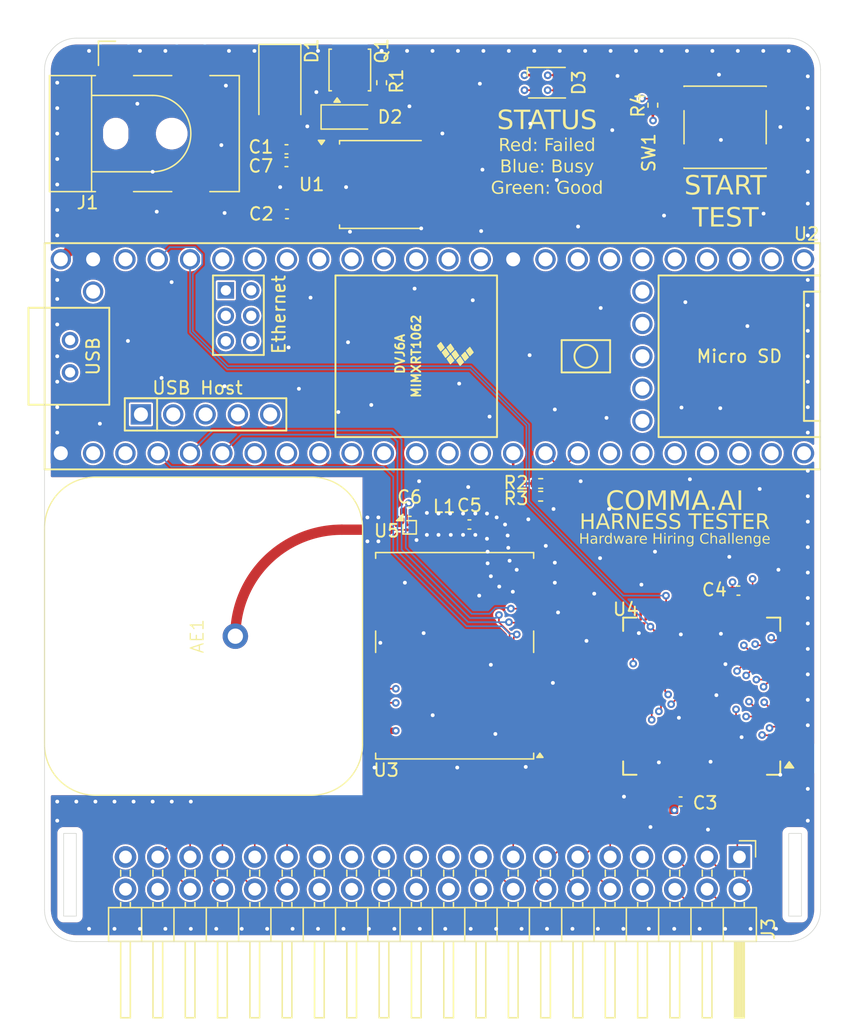
<source format=kicad_pcb>
(kicad_pcb (version 20240108) (generator "pcbnew") (generator_version "8.0")
  (title_block (title "Hardware Hiring Challenge") (date "2024-05-23") (rev "A"))
  (layers (0 "F.Cu" signal) (1 "In1.Cu" signal) (2 "In2.Cu" signal) (31 "B.Cu" signal) (34 "B.Paste" user) (35 "F.Paste" user) (36 "B.SilkS" user "B.Silkscreen") (37 "F.SilkS" user "F.Silkscreen") (38 "B.Mask" user) (39 "F.Mask" user) (44 "Edge.Cuts" user))
  (net 0 "")
  (net 1 "Net-(AE1-A)")
  (net 2 "GND")
  (net 3 "+12V")
  (net 4 "+5V")
  (net 5 "+3.3V")
  (net 6 "Net-(U3-RF_IN)")
  (net 7 "Net-(C5-Pad2)")
  (net 8 "Net-(U3-VCC_RF)")
  (net 9 "Net-(D1-A1)")
  (net 10 "Net-(D2-A)")
  (net 11 "LED_R")
  (net 12 "LED_G")
  (net 13 "LED_B")
  (net 14 "CBL_36")
  (net 15 "CBL_22")
  (net 16 "CBL_9")
  (net 17 "CBL_10")
  (net 18 "CBL_24")
  (net 19 "CBL_13")
  (net 20 "CBL_20")
  (net 21 "CBL_35")
  (net 22 "CBL_4")
  (net 23 "CBL_32")
  (net 24 "CBL_38")
  (net 25 "CBL_28")
  (net 26 "CBL_0")
  (net 27 "CBL_39")
  (net 28 "CBL_5")
  (net 29 "CBL_7")
  (net 30 "CBL_17")
  (net 31 "CBL_21")
  (net 32 "CBL_34")
  (net 33 "CBL_15")
  (net 34 "CBL_8")
  (net 35 "CBL_29")
  (net 36 "CBL_31")
  (net 37 "CBL_37")
  (net 38 "CBL_25")
  (net 39 "CBL_27")
  (net 40 "CBL_18")
  (net 41 "CBL_19")
  (net 42 "CBL_14")
  (net 43 "CBL_16")
  (net 44 "CBL_3")
  (net 45 "CBL_33")
  (net 46 "CBL_23")
  (net 47 "CBL_30")
  (net 48 "CBL_1")
  (net 49 "CBL_12")
  (net 50 "CBL_2")
  (net 51 "CBL_26")
  (net 52 "CBL_6")
  (net 53 "CBL_11")
  (net 54 "Net-(L1-Pad2)")
  (net 55 "CY_SCL")
  (net 56 "CY_SDA")
  (net 57 "BTN_TEST")
  (net 60 "UBX-TIMEPULSE")
  (net 64 "UBX-RXD")
  (net 69 "UBX-RST_N")
  (net 74 "UBX-TXD")
  (net 107 "UBX-SAFEBOOT")
  (net 135 "CY_RST_N")
  (net 140 "CY_INT")
  (footprint "Capacitor_SMD:C_0402_1005Metric" (layer "F.Cu") (at 138.557 43.815 180)
    (property "Reference" "C2")
    (property "Value" "100n")
  )
  (footprint "Capacitor_SMD:C_0402_1005Metric" (layer "F.Cu") (at 148.201022 67.222)
    (property "Reference" "C6")
    (property "Value" "1n")
  )
  (footprint "LED_SMD:LED_ASMB-KTF0-0A306" (layer "F.Cu") (at 159 33.5)
    (property "Reference" "D3")
    (property "Value" "ASMB-KTF0-0A306")
  )
  (footprint "Capacitor_SMD:C_0402_1005Metric" (layer "F.Cu") (at 138.52 39.735 180)
    (property "Reference" "C7")
    (property "Value" "10u")
  )
  (footprint "Diode_SMD:D_SMA" (layer "F.Cu") (at 138 34 -90)
    (property "Reference" "D1")
    (property "Value" "SMAJ16A")
  )
  (footprint "Package_SO:Vishay_PowerPAK_1212-8_Single" (layer "F.Cu") (at 143.5 32.5 90)
    (property "Reference" "Q1")
    (property "Value" "SiSS27DN")
  )
  (footprint "Capacitor_SMD:C_0402_1005Metric" (layer "F.Cu") (at 152.8984 68.222 180)
    (property "Reference" "C5")
    (property "Value" "100n")
  )
  (footprint "Button_Switch_SMD:SW_SPST_PTS645" (layer "F.Cu") (at 173 37 180)
    (property "Reference" "SW1")
    (property "Value" "TEST BUTTON")
  )
  (footprint "gnss:ANT-GNSSCP-TH25L1" (layer "F.Cu") (at 132 77 90)
    (property "Reference" "AE1")
    (property "Value" "ANT-GNSSCP-TH25L1")
  )
  (footprint "Connector_PinHeader_2.54mm:PinHeader_2x20_P2.54mm_Horizontal" (layer "F.Cu") (at 174.125 94.35 -90)
    (property "Reference" "J3")
    (property "Value" "Cable header")
  )
  (footprint "Resistor_SMD:R_0402_1005Metric" (layer "F.Cu") (at 158.5 65)
    (property "Reference" "R2")
    (property "Value" "4k7")
  )
  (footprint "Package_BGA:WLP-4_0.83x0.83mm_P0.4mm" (layer "F.Cu") (at 148.1984 68.444454)
    (property "Reference" "U5")
    (property "Value" "MAX2679")
  )
  (footprint "Package_TO_SOT_SMD:TO-252-2" (layer "F.Cu") (at 146 41.5)
    (property "Reference" "U1")
    (property "Value" "L7805")
  )
  (footprint "Resistor_SMD:R_0402_1005Metric" (layer "F.Cu") (at 158.5 66)
    (property "Reference" "R3")
    (property "Value" "4k7")
  )
  (footprint "teensy:Teensy41" (layer "F.Cu") (at 149.99 55)
    (property "Reference" "U2")
    (property "Value" "Teensy4.1")
  )
  (footprint "Resistor_SMD:R_0402_1005Metric" (layer "F.Cu") (at 167.320101 35.26484 90)
    (property "Reference" "R4")
    (property "Value" "10k")
  )
  (footprint "Diode_SMD:Nexperia_CFP3_SOD-123W" (layer "F.Cu") (at 143.5 36.195)
    (property "Reference" "D2")
    (property "Value" "PMEG10020ELR")
  )
  (footprint "Package_QFP:TQFP-100_12x12mm_P0.4mm" (layer "F.Cu") (at 171.15983 81.714966 180)
    (property "Reference" "U4")
    (property "Value" "CY8C9560A-24AXIT")
  )
  (footprint "Inductor_SMD:L_0402_1005Metric" (layer "F.Cu") (at 150.8984 68.222 180)
    (property "Reference" "L1")
    (property "Value" "12n")
  )
  (footprint "Capacitor_SMD:C_0402_1005Metric" (layer "F.Cu") (at 169.5 90)
    (property "Reference" "C3")
    (property "Value" "100n")
  )
  (footprint "Capacitor_SMD:C_0402_1005Metric" (layer "F.Cu") (at 138.52 38.735 180)
    (property "Reference" "C1")
    (property "Value" "1u")
  )
  (footprint "RF_GPS:ublox_NEO" (layer "F.Cu") (at 151.7396 78.5368 180)
    (property "Reference" "U3")
    (property "Value" "NEO-M8N")
  )
  (footprint "Connector_BarrelJack:BarrelJack_CLIFF_FC681465S_SMT_Horizontal" (layer "F.Cu") (at 128 37.5)
    (property "Reference" "J1")
    (property "Value" "12V INPUT")
  )
  (footprint "Resistor_SMD:R_0402_1005Metric" (layer "F.Cu") (at 146 33.5 90)
    (property "Reference" "R1")
    (property "Value" "1k")
  )
  (footprint "Capacitor_SMD:C_0402_1005Metric" (layer "F.Cu") (at 174.046456 73.42018)
    (property "Reference" "C4")
    (property "Value" "100n")
  )
  (gr_arc (start 122 101) (mid 120.232233 100.267767) (end 119.5 98.5) (stroke (width 0.05)) (layer "Edge.Cuts"))
  (gr_rect (start 121 92.5) (end 122 99) (stroke (width 0.05)) (fill none) (layer "Edge.Cuts"))
  (gr_rect (start 178 92.5) (end 179 99) (stroke (width 0.05)) (fill none) (layer "Edge.Cuts"))
  (gr_line (start 122 30) (end 178 30) (stroke (width 0.05)) (layer "Edge.Cuts"))
  (gr_line (start 178 101) (end 122 101) (stroke (width 0.05)) (layer "Edge.Cuts"))
  (gr_arc (start 178 30) (mid 179.767767 30.732233) (end 180.5 32.5) (stroke (width 0.05)) (layer "Edge.Cuts"))
  (gr_line (start 180.5 32.5) (end 180.5 98.5) (stroke (width 0.05)) (layer "Edge.Cuts"))
  (gr_arc (start 119.5 32.5) (mid 120.232233 30.732233) (end 122 30) (stroke (width 0.05)) (layer "Edge.Cuts"))
  (gr_arc (start 180.5 98.5) (mid 179.767767 100.267767) (end 178 101) (stroke (width 0.05)) (layer "Edge.Cuts"))
  (gr_line (start 119.5 98.5) (end 119.5 32.5) (stroke (width 0.05)) (layer "Edge.Cuts"))
  (gr_text "Red: Failed\nBlue: Busy\nGreen: Good" (at 159 42.4 0) (layer "F.SilkS") (effects (font (size 1 1)) (justify bottom)))
  (gr_text "STATUS" (at 159 37.4 0) (layer "F.SilkS") (effects (font (size 1.5 1.5)) (justify bottom)))
  (gr_text "START\nTEST" (at 173.0248 45.0596 0) (layer "F.SilkS") (effects (font (size 1.5 1.5)) (justify bottom)))
  (gr_text "HARNESS TESTER" (at 169.037 68.072 0) (layer "F.SilkS") (effects (font (size 1.2 1.2))))
  (gr_text "Hardware Hiring Challenge" (at 169.037 69.3928 0) (layer "F.SilkS") (effects (font (size 0.8 0.8))))
  (gr_text "COMMA.AI" (at 169.037 66.4464 0) (layer "F.SilkS") (effects (font (size 1.5 1.5))))
  (segment (start 147.9984 68.644454) (end 146.571654 68.644454) (width 0.127) (layer "F.Cu") (net 1))
  (segment (start 142.8692 68.6308) (end 146.558 68.6308) (width 0.8128) (layer "F.Cu") (net 1))
  (arc (start 146.571654 68.644454) (mid 146.561999 68.640455) (end 146.558 68.6308) (width 0.127) (layer "F.Cu") (net 1))
  (arc (start 134.5 77) (mid 136.951282 71.082082) (end 142.8692 68.6308) (width 0.8128) (layer "F.Cu") (net 1))
  (via (at 157.6324 54.9148) (size 0.6) (drill 0.3) (layers "F.Cu" "B.Cu") (net 2))
  (via (at 169.5196 76.8604) (size 0.6) (drill 0.3) (layers "F.Cu" "B.Cu") (net 2))
  (via (at 173 100) (size 0.6) (drill 0.3) (layers "F.Cu" "B.Cu") (net 2))
  (via (at 126.7968 35.1536) (size 0.6) (drill 0.3) (layers "F.Cu" "B.Cu") (net 2))
  (via (at 169.3672 83.4136) (size 0.6) (drill 0.3) (layers "F.Cu" "B.Cu") (net 2))
  (via (at 179.5 55) (size 0.6) (drill 0.3) (layers "F.Cu" "B.Cu") (net 2))
  (via (at 172.6184 59.0804) (size 0.6) (drill 0.3) (layers "F.Cu" "B.Cu") (net 2))
  (via (at 154.5844 72.2884) (size 0.6) (drill 0.3) (layers "F.Cu" "B.Cu") (net 2))
  (via (at 143 100) (size 0.6) (drill 0.3) (layers "F.Cu" "B.Cu") (net 2))
  (via (at 128.698593 56.701584) (size 0.6) (drill 0.3) (layers "F.Cu" "B.Cu") (net 2))
  (via (at 154.4828 59.7408) (size 0.6) (drill 0.3) (layers "F.Cu" "B.Cu") (net 2))
  (via (at 179.5 43) (size 0.6) (drill 0.3) (layers "F.Cu" "B.Cu") (net 2))
  (via (at 159.6136 71.2216) (size 0.6) (drill 0.3) (layers "F.Cu" "B.Cu") (net 2))
  (via (at 163.2204 51.2064) (size 0.6) (drill 0.3) (layers "F.Cu" "B.Cu") (net 2))
  (via (at 165 100) (size 0.6) (drill 0.3) (layers "F.Cu" "B.Cu") (net 2))
  (via (at 144.8816 69.5452) (size 0.6) (drill 0.3) (layers "F.Cu" "B.Cu") (net 2))
  (via (at 138.684 54.3052) (size 0.6) (drill 0.3) (layers "F.Cu" "B.Cu") (net 2))
  (via (at 123 100) (size 0.6) (drill 0.3) (layers "F.Cu" "B.Cu") (net 2))
  (via (at 143.2052 41.7068) (size 0.6) (drill 0.3) (layers "F.Cu" "B.Cu") (net 2))
  (via (at 154.94 84.6836) (size 0.6) (drill 0.3) (layers "F.Cu" "B.Cu") (net 2))
  (via (at 149 100) (size 0.6) (drill 0.3) (layers "F.Cu" "B.Cu") (net 2))
  (via (at 133.6548 43.7388) (size 0.6) (drill 0.3) (layers "F.Cu" "B.Cu") (net 2))
  (via (at 120.5 52.5) (size 0.6) (drill 0.3) (layers "F.Cu" "B.Cu") (net 2))
  (via (at 177.33483 87.889966) (size 0.6) (drill 0.3) (layers "F.Cu" "B.Cu") (net 2))
  (via (at 129 100) (size 0.6) (drill 0.3) (layers "F.Cu" "B.Cu") (net 2))
  (via (at 177.3428 36.9824) (size 0.6) (drill 0.3) (layers "F.Cu" "B.Cu") (net 2))
  (via (at 179.5 72) (size 0.6) (drill 0.3) (layers "F.Cu" "B.Cu") (net 2))
  (via (at 171 100) (size 0.6) (drill 0.3) (layers "F.Cu" "B.Cu") (net 2))
  (via (at 143.3576 53.8988) (size 0.6) (drill 0.3) (layers "F.Cu" "B.Cu") (net 2))
  (via (at 173.3296 70.7644) (size 0.6) (drill 0.3) (layers "F.Cu" "B.Cu") (net 2))
  (via (at 143.51 45.212) (size 0.6) (drill 0.3) (layers "F.Cu" "B.Cu") (net 2))
  (via (at 152.0952 57.15) (size 0.6) (drill 0.3) (layers "F.Cu" "B.Cu") (net 2))
  (via (at 163 100) (size 0.6) (drill 0.3) (layers "F.Cu" "B.Cu") (net 2))
  (via (at 168.1988 43.942) (size 0.6) (drill 0.3) (layers "F.Cu" "B.Cu") (net 2))
  (via (at 137 100) (size 0.6) (drill 0.3) (layers "F.Cu" "B.Cu") (net 2))
  (via (at 123.8504 60.2996) (size 0.6) (drill 0.3) (layers "F.Cu" "B.Cu") (net 2))
  (via (at 133 100) (size 0.6) (drill 0.3) (layers "F.Cu" "B.Cu") (net 2))
  (via (at 153.8224 45.1612) (size 0.6) (drill 0.3) (layers "F.Cu" "B.Cu") (net 2))
  (via (at 173.0248 79.1972) (size 0.6) (drill 0.3) (layers "F.Cu" "B.Cu") (net 2))
  (via (at 148 31) (size 0.6) (drill 0.3) (layers "F.Cu" "B.Cu") (net 2))
  (via (at 157.3276 87.2744) (size 0.6) (drill 0.3) (layers "F.Cu" "B.Cu") (net 2))
  (via (at 140.1572 36.9316) (size 0.6) (drill 0.3) (layers "F.Cu" "B.Cu") (net 2))
  (via (at 167.7924 86.9188) (size 0.6) (drill 0.3) (layers "F.Cu" "B.Cu") (net 2))
  (via (at 123 31) (size 0.6) (drill 0.3) (layers "F.Cu" "B.Cu") (net 2))
  (via (at 179.5 70) (size 0.6) (drill 0.3) (layers "F.Cu" "B.Cu") (net 2))
  (via (at 179.5 49) (size 0.6) (drill 0.3) (layers "F.Cu" "B.Cu") (net 2))
  (via (at 129.5 90) (size 0.6) (drill 0.3) (layers "F.Cu" "B.Cu") (net 2))
  (via (at 159.8676 75.1332) (size 0.6) (drill 0.3) (layers "F.Cu" "B.Cu") (net 2))
  (via (at 135 100) (size 0.6) (drill 0.3) (layers "F.Cu" "B.Cu") (net 2))
  (via (at 179.5 53) (size 0.6) (drill 0.3) (layers "F.Cu" "B.Cu") (net 2))
  (via (at 177 100) (size 0.6) (drill 0.3) (layers "F.Cu" "B.Cu") (net 2))
  (via (at 153 100) (size 0.6) (drill 0.3) (layers "F.Cu" "B.Cu") (net 2))
  (via (at 174 31) (size 0.6) (drill 0.3) (layers "F.Cu" "B.Cu") (net 2))
  (via (at 150.4696 67.3608) (size 0.6) (drill 0.3) (layers "F.Cu" "B.Cu") (net 2))
  (via (at 149.5552 69.0372) (size 0.6) (drill 0.3) (layers "F.Cu" "B.Cu") (net 2))
  (via (at 170 31) (size 0.6) (drill 0.3) (layers "F.Cu" "B.Cu") (net 2))
  (via (at 128.3208 43.6372) (size 0.6) (drill 0.3) (layers "F.Cu" "B.Cu") (net 2))
  (via (at 120.5 55) (size 0.6) (drill 0.3) (layers "F.Cu" "B.Cu") (net 2))
  (via (at 148.1836 35.3568) (size 0.6) (drill 0.3) (layers "F.Cu" "B.Cu") (net 2))
  (via (at 120.5 37.5) (size 0.6) (drill 0.3) (layers "F.Cu" "B.Cu") (net 2))
  (via (at 151.4348 69.0372) (size 0.6) (drill 0.3) (layers "F.Cu" "B.Cu") (net 2))
  (via (at 172.5168 32.8676) (size 0.6) (drill 0.3) (layers "F.Cu" "B.Cu") (net 2))
  (via (at 159.6136 59.182) (size 0.6) (drill 0.3) (layers "F.Cu" "B.Cu") (net 2))
  (via (at 160 31) (size 0.6) (drill 0.3) (layers "F.Cu" "B.Cu") (net 2))
  (via (at 161.4424 44.8056) (size 0.6) (drill 0.3) (layers "F.Cu" "B.Cu") (net 2))
  (via (at 120.5 59) (size 0.6) (drill 0.3) (layers "F.Cu" "B.Cu") (net 2))
  (via (at 159.4612 80.6704) (size 0.6) (drill 0.3) (layers "F.Cu" "B.Cu") (net 2))
  (via (at 128 40.5) (size 0.6) (drill 0.3) (layers "F.Cu" "B.Cu") (net 2))
  (via (at 171.6532 92.202) (size 0.6) (drill 0.3) (layers "F.Cu" "B.Cu") (net 2))
  (via (at 134 31) (size 0.6) (drill 0.3) (layers "F.Cu" "B.Cu") (net 2))
  (via (at 126.5 90) (size 0.6) (drill 0.3) (layers "F.Cu" "B.Cu") (net 2))
  (via (at 154.2796 69.342) (size 0.6) (drill 0.3) (layers "F.Cu" "B.Cu") (net 2))
  (via (at 179.5 45.5) (size 0.6) (drill 0.3) (layers "F.Cu" "B.Cu") (net 2))
  (via (at 148.59 49.6824) (size 0.6) (drill 0.3) (layers "F.Cu" "B.Cu") (net 2))
  (via (at 131 100) (size 0.6) (drill 0.3) (layers "F.Cu" "B.Cu") (net 2))
  (via (at 162 31) (size 0.6) (drill 0.3) (layers "F.Cu" "B.Cu") (net 2))
  (via (at 166.4208 72.9488) (size 0.6) (drill 0.3) (layers "F.Cu" "B.Cu") (net 2))
  (via (at 167.4876 70.358) (size 0.6) (drill 0.3) (layers "F.Cu" "B.Cu") (net 2))
  (via (at 166.2176 76.7588) (size 0.6) (drill 0.3) (layers "F.Cu" "B.Cu") (net 2))
  (via (at 161.6456 64.8208) (size 0.6) (drill 0.3) (layers "F.Cu" "B.Cu") (net 2))
  (via (at 127 100) (size 0.6) (drill 0.3) (layers "F.Cu" "B.Cu") (net 2))
  (via (at 156 31) (size 0.6) (drill 0.3) (layers "F.Cu" "B.Cu") (net 2))
  (via (at 163.1696 70.866) (size 0.6) (drill 0.3) (layers "F.Cu" "B.Cu") (net 2))
  (via (at 123.5 90) (size 0.6) (drill 0.3) (layers "F.Cu" "B.Cu") (net 2))
  (via (at 155.9052 69.088) (size 0.6) (drill 0.3) (layers "F.Cu" "B.Cu") (net 2))
  (via (at 159.766 41.148) (size 0.6) (drill 0.3) (layers "F.Cu" "B.Cu") (net 2))
  (via (at 151.9428 87.3252) (size 0.6) (drill 0.3) (layers "F.Cu" "B.Cu") (net 2))
  (via (at 158 31) (size 0.6) (drill 0.3) (layers "F.Cu" "B.Cu") (net 2))
  (via (at 166 31) (size 0.6) (drill 0.3) (layers "F.Cu" "B.Cu") (net 2))
  (via (at 153.67 73.8124) (size 0.6) (drill 0.3) (layers "F.Cu" "B.Cu") (net 2))
  (via (at 133.7564 33.7312) (size 0.6) (drill 0.3) (layers "F.Cu" "B.Cu") (net 2))
  (via (at 165.0492 89.6112) (size 0.6) (drill 0.3) (layers "F.Cu" "B.Cu") (net 2))
  (via (at 167 100) (size 0.6) (drill 0.3) (layers "F.Cu" "B.Cu") (net 2))
  (via (at 176 31) (size 0.6) (drill 0.3) (layers "F.Cu" "B.Cu") (net 2))
  (via (at 120.5 43.5) (size 0.6) (drill 0.3) (layers "F.Cu" "B.Cu") (net 2))
  (via (at 155 100) (size 0.6) (drill 0.3) (layers "F.Cu" "B.Cu") (net 2))
  (via (at 142.5956 59.3852) (size 0.6) (drill 0.3) (layers "F.Cu" "B.Cu") (net 2))
  (via (at 179.5 33) (size 0.6) (drill 0.3) (layers "F.Cu" "B.Cu") (net 2))
  (via (at 156.6164 71.7804) (size 0.6) (drill 0.3) (layers "F.Cu" "B.Cu") (net 2))
  (via (at 128 90) (size 0.6) (drill 0.3) (layers "F.Cu" "B.Cu") (net 2))
  (via (at 140.4112 50.3936) (size 0.6) (drill 0.3) (layers "F.Cu" "B.Cu") (net 2))
  (via (at 145.8976 77.5208) (size 0.6) (drill 0.3) (layers "F.Cu" "B.Cu") (net 2))
  (via (at 161 100) (size 0.6) (drill 0.3) (layers "F.Cu" "B.Cu") (net 2))
  (via (at 179.5 35.5) (size 0.6) (drill 0.3) (layers "F.Cu" "B.Cu") (net 2))
  (via (at 139 100) (size 0.6) (drill 0.3) (layers "F.Cu" "B.Cu") (net 2))
  (via (at 152.8064 65.278) (size 0.6) (drill 0.3) (layers "F.Cu" "B.Cu") (net 2))
  (via (at 149.11 44.95) (size 0.6) (drill 0.3) (layers "F.Cu" "B.Cu") (net 2))
  (via (at 172.6692 76.8096) (size 0.6) (drill 0.3) (layers "F.Cu" "B.Cu") (net 2))
  (via (at 174.2948 84.9376) (size 0.6) (drill 0.3) (layers "F.Cu" "B.Cu") (net 2))
  (via (at 120.5 41.5) (size 0.6) (drill 0.3) (layers "F.Cu" "B.Cu") (net 2))
  (via (at 179.5 76) (size 0.6) (drill 0.3) (layers "F.Cu" "B.Cu") (net 2))
  (via (at 172 31) (size 0.6) (drill 0.3) (layers "F.Cu" "B.Cu") (net 2))
  (via (at 145.7452 69.5452) (size 0.6) (drill 0.3) (layers "F.Cu" "B.Cu") (net 2))
  (via (at 150 31) (size 0.6) (drill 0.3) (layers "F.Cu" "B.Cu") (net 2))
  (via (at 179.5 84) (size 0.6) (drill 0.3) (layers "F.Cu" "B.Cu") (net 2))
  (via (at 120.5 90) (size 0.6) (drill 0.3) (layers "F.Cu" "B.Cu") (net 2))
  (via (at 150.4696 69.0372) (size 0.6) (drill 0.3) (layers "F.Cu" "B.Cu") (net 2))
  (via (at 172.3136 81.6356) (size 0.6) (drill 0.3) (layers "F.Cu" "B.Cu") (net 2))
  (via (at 154.5844 79.248) (size 0.6) (drill 0.3) (layers "F.Cu" "B.Cu") (net 2))
  (via (at 125 100) (size 0.6) (drill 0.3) (layers "F.Cu" "B.Cu") (net 2))
  (via (at 129.4892 49.1744) (size 0.6) (drill 0.3) (layers "F.Cu" "B.Cu") (net 2))
  (via (at 120.5 50.5) (size 0.6) (drill 0.3) (layers "F.Cu" "B.Cu") (net 2))
  (via (at 170.2308 64.6684) (size 0.6) (drill 0.3) (layers "F.Cu" "B.Cu") (net 2))
  (via (at 120.5 91.5) (size 0.6) (drill 0.3) (layers "F.Cu" "B.Cu") (net 2))
  (via (at 136 31) (size 0.6) (drill 0.3) (layers "F.Cu" "B.Cu") (net 2))
  (via (at 147 100) (size 0.6) (drill 0.3) (layers "F.Cu" "B.Cu") (net 2))
  (via (at 126.056957 53.795784) (size 0.6) (drill 0.3) (layers "F.Cu" "B.Cu") (net 2))
  (via (at 152 31) (size 0.6) (drill 0.3) (layers "F.Cu" "B.Cu") (net 2))
  (via (at 179.5 82) (size 0.6) (drill 0.3) (layers "F.Cu" "B.Cu") (net 2))
  (via (at 157.5308 67.818) (size 0.6) (drill 0.3) (layers "F.Cu" "B.Cu") (net 2))
  (via (at 120.5 45.5) (size 0.6) (drill 0.3) (layers "F.Cu" "B.Cu") (net 2))
  (via (at 156.3116 73.5076) (size 0.6) (drill 0.3) (layers "F.Cu" "B.Cu") (net 2))
  (via (at 146 31) (size 0.6) (drill 0.3) (layers "F.Cu" "B.Cu") (net 2))
  (via (at 179.5 57) (size 0.6) (drill 0.3) (layers "F.Cu" "B.Cu") (net 2))
  (via (at 154.3304 70.358) (size 0.6) (drill 0.3) (layers "F.Cu" "B.Cu") (net 2))
  (via (at 178 31) (size 0.6) (drill 0.3) (layers "F.Cu" "B.Cu") (net 2))
  (via (at 150.7744 37.4904) (size 0.6) (drill 0.3) (layers "F.Cu" "B.Cu") (net 2))
  (via (at 138.0236 41.7068) (size 0.6) (drill 0.3) (layers "F.Cu" "B.Cu") (net 2))
  (via (at 129 31) (size 0.6) (drill 0.3) (layers "F.Cu" "B.Cu") (net 2))
  (via (at 154 31) (size 0.6) (drill 0.3) (layers "F.Cu" "B.Cu") (net 2))
  (via (at 157 100) (size 0.6) (drill 0.3) (layers "F.Cu" "B.Cu") (net 2))
  (via (at 133.4008 38.4048) (size 0.6) (drill 0.3) (layers "F.Cu" "B.Cu") (net 2))
  (via (at 175 100) (size 0.6) (drill 0.3) (layers "F.Cu" "B.Cu") (net 2))
  (via (at 149.3012 76.7588) (size 0.6) (drill 0.3) (layers "F.Cu" "B.Cu") (net 2))
  (via (at 153.3652 69.0372) (size 0.6) (drill 0.3) (layers "F.Cu" "B.Cu") (net 2))
  (via (at 159.512 67.0052) (size 0.6) (drill 0.3) (layers "F.Cu" "B.Cu") (net 2))
  (via (at 131 90) (size 0.6) (drill 0.3) (layers "F.Cu" "B.Cu") (net 2))
  (via (at 159.6136 72.7964) (size 0.6) (drill 0.3) (layers "F.Cu" "B.Cu") (net 2))
  (via (at 155.956 70.0532) (size 0.6) (drill 0.3) (layers "F.Cu" "B.Cu") (net 2))
  (via (at 133.6548 57.3532) (size 0.6) (drill 0.3) (layers "F.Cu" "B.Cu") (net 2))
  (via (at 169.8752 50.7492) (size 0.6) (drill 0.3) (layers "F.Cu" "B.Cu") (net 2))
  (via (at 177.1904 71.7804) (size 0.6) (drill 0.3) (layers "F.Cu" "B.Cu") (net 2))
  (via (at 179.5 40.5) (size 0.6) (drill 0.3) (layers "F.Cu" "B.Cu") (net 2))
  (via (at 156.0576 71.0692) (size 0.6) (drill 0.3) (layers "F.Cu" "B.Cu") (net 2))
  (via (at 164.129539 37.227287) (size 0.6) (drill 0.3) (layers "F.Cu" "B.Cu") (net 2))
  (via (at 120.5 61) (size 0.6) (drill 0.3) (layers "F.Cu" "B.Cu") (net 2))
  (via (at 179.5 80) (size 0.6) (drill 0.3) (layers "F.Cu" "B.Cu") (net 2))
  (via (at 147.828 72.7964) (size 0.6) (drill 0.3) (layers "F.Cu" "B.Cu") (net 2))
  (via (at 174.752 52.6288) (size 0.6) (drill 0.3) (layers "F.Cu" "B.Cu") (net 2))
  (via (at 141 31) (size 0.6) (drill 0.3) (layers "F.Cu" "B.Cu") (net 2))
  (via (at 125 90) (size 0.6) (drill 0.3) (layers "F.Cu" "B.Cu") (net 2))
  (via (at 148.7424 69.4436) (size 0.6) (drill 0.3) (layers "F.Cu" "B.Cu") (net 2))
  (via (at 151.384 67.3608) (size 0.6) (drill 0.3) (layers "F.Cu" "B.Cu") (net 2))
  (via (at 144.8816 67.6656) (size 0.6) (drill 0.3) (layers "F.Cu" "B.Cu") (net 2))
  (via (at 120.5 49) (size 0.6) (drill 0.3) (layers "F.Cu" "B.Cu") (net 2))
  (via (at 168 31) (size 0.6) (drill 0.3) (layers "F.Cu" "B.Cu") (net 2))
  (via (at 148.9456 64.8208) (size 0.6) (drill 0.3) (layers "F.Cu" "B.Cu") (net 2))
  (via (at 140.8684 34.2392) (size 0.6) (drill 0.3) (layers "F.Cu" "B.Cu") (net 2))
  (via (at 179.5 38) (size 0.6) (drill 0.3) (layers "F.Cu" "B.Cu") (net 2))
  (via (at 153.162 50.5968) (size 0.6) (drill 0.3) (layers "F.Cu" "B.Cu") (net 2))
  (via (at 153.3652 67.3608) (size 0.6) (drill 0.3) (layers "F.Cu" "B.Cu") (net 2))
  (via (at 175.7172 65.4304) (size 0.6) (drill 0.3) (layers "F.Cu" "B.Cu") (net 2))
  (via (at 149.5552 67.31) (size 0.6) (drill 0.3) (layers "F.Cu" "B.Cu") (net 2))
  (via (at 120.5 33.5) (size 0.6) (drill 0.3) (layers "F.Cu" "B.Cu") (net 2))
  (via (at 155.2448 73.1012) (size 0.6) (drill 0.3) (layers "F.Cu" "B.Cu") (net 2))
  (via (at 179.5 74) (size 0.6) (drill 0.3) (layers "F.Cu" "B.Cu") (net 2))
  (via (at 150.0124 83.2104) (size 0.6) (drill 0.3) (layers "F.Cu" "B.Cu") (net 2))
  (via (at 179.5 89) (size 0.6) (drill 0.3) (layers "F.Cu" "B.Cu") (net 2))
  (via (at 162.7124 73.66) (size 0.6) (drill 0.3) (layers "F.Cu" "B.Cu") (net 2))
  (via (at 179.5 66) (size 0.6) (drill 0.3) (layers "F.Cu" "B.Cu") (net 2))
  (via (at 179.5 64) (size 0.6) (drill 0.3) (layers "F.Cu" "B.Cu") (net 2))
  (via (at 145 100) (size 0.6) (drill 0.3) (layers "F.Cu" "B.Cu") (net 2))
  (via (at 145.7452 67.6656) (size 0.6) (drill 0.3) (layers "F.Cu" "B.Cu") (net 2))
  (via (at 167.132 91.9988) (size 0.6) (drill 0.3) (layers "F.Cu" "B.Cu") (net 2))
  (via (at 152.4 69.0372) (size 0.6) (drill 0.3) (layers "F.Cu" "B.Cu") (net 2))
  (via (at 120.5 39.5) (size 0.6) (drill 0.3) (layers "F.Cu" "B.Cu") (net 2))
  (via (at 122 90) (size 0.6) (drill 0.3) (layers "F.Cu" "B.Cu") (net 2))
  (via (at 179.5 68) (size 0.6) (drill 0.3) (layers "F.Cu" "B.Cu") (net 2))
  (via (at 176.022 43.7896) (size 0.6) (drill 0.3) (layers "F.Cu" "B.Cu") (net 2))
  (via (at 120.5 57) (size 0.6) (drill 0.3) (layers "F.Cu" "B.Cu") (net 2))
  (via (at 179.5 61) (size 0.6) (drill 0.3) (layers "F.Cu" "B.Cu") (net 2))
  (via (at 154.2796 67.3608) (size 0.6) (drill 0.3) (layers "F.Cu" "B.Cu") (net 2))
  (via (at 155.702 68.2244) (size 0.6) (drill 0.3) (layers "F.Cu" "B.Cu") (net 2))
  (via (at 179.5 78) (size 0.6) (drill 0.3) (layers "F.Cu" "B.Cu") (net 2))
  (via (at 164.5412 32.9692) (size 0.6) (drill 0.3) (layers "F.Cu" "B.Cu") (net 2))
  (via (at 127 31) (size 0.6) (drill 0.3) (layers "F.Cu" "B.Cu") (net 2))
  (via (at 179.5 91.5) (size 0.6) (drill 0.3) (layers "F.Cu" "B.Cu") (net 2))
  (via (at 179.5 59) (size 0.6) (drill 0.3) (layers "F.Cu" "B.Cu") (net 2))
  (via (at 141 100) (size 0.6) (drill 0.3) (layers "F.Cu" "B.Cu") (net 2))
  (via (at 151 100) (size 0.6) (drill 0.3) (layers "F.Cu" "B.Cu") (net 2))
  (via (at 157.6832 36.7284) (size 0.6) (drill 0.3) (layers "F.Cu" "B.Cu") (net 2))
  (via (at 153.924 40.3352) (size 0.6) (drill 0.3) (layers "F.Cu" "B.Cu") (net 2))
  (via (at 169.5704 59.0296) (size 0.6) (drill 0.3) (layers "F.Cu" "B.Cu") (net 2))
  (via (at 163.6776 59.8424) (size 0.6) (drill 0.3) (layers "F.Cu" "B.Cu") (net 2))
  (via (at 153.7208 33.5788) (size 0.6) (drill 0.3) (layers "F.Cu" "B.Cu") (net 2))
  (via (at 145.1864 58.8264) (size 0.6) (drill 0.3) (layers "F.Cu" "B.Cu") (net 2))
  (via (at 158.9024 69.9008) (size 0.6) (drill 0.3) (layers "F.Cu" "B.Cu") (net 2))
  (via (at 163.8808 67.0052) (size 0.6) (drill 0.3) (layers "F.Cu" "B.Cu") (net 2))
  (via (at 169 100) (size 0.6) (drill 0.3) (layers "F.Cu" "B.Cu") (net 2))
  (via (at 145.4404 87.3252) (size 0.6) (drill 0.3) (layers "F.Cu" "B.Cu") (net 2))
  (via (at 164 31) (size 0.6) (drill 0.3) (layers "F.Cu" "B.Cu") (net 2))
  (via (at 172.6692 37.9984) (size 0.6) (drill 0.3) (layers "F.Cu" "B.Cu") (net 2))
  (via (at 162.1028 77.3684) (size 0.6) (drill 0.3) (layers "F.Cu" "B.Cu") (net 2))
  (via (at 179.5 51) (size 0.6) (drill 0.3) (layers "F.Cu" "B.Cu") (net 2))
  (via (at 139.4968 57.5564) (size 0.6) (drill 0.3) (layers "F.Cu" "B.Cu") (net 2))
  (via (at 152.4 67.3608) (size 0.6) (drill 0.3) (layers "F.Cu" "B.Cu") (net 2))
  (via (at 159 100) (size 0.6) (drill 0.3) (layers "F.Cu" "B.Cu") (net 2))
  (via (at 155.0416 67.6656) (size 0.6) (drill 0.3) (layers "F.Cu" "B.Cu") (net 2))
  (via (at 171.8564 86.868) (size 0.6) (drill 0.3) (layers "F.Cu" "B.Cu") (net 2))
  (via (at 120.5 35.5) (size 0.6) (drill 0.3) (layers "F.Cu" "B.Cu") (net 2))
  (via (at 154.3304 71.2724) (size 0.6) (drill 0.3) (layers "F.Cu" "B.Cu") (net 2))
  (segment (start 142.1 36.195) (end 142.1 38.08) (width 0.8128) (layer "F.Cu") (net 3))
  (segment (start 142.1 38.08) (end 140.96 39.22) (width 0.8128) (layer "F.Cu") (net 3))
  (segment (start 142.1 35.005) (end 143.17 33.935) (width 0.8128) (layer "F.Cu") (net 3))
  (segment (start 142.1 36.195) (end 142.1 35.005) (width 0.8128) (layer "F.Cu") (net 3))
  (segment (start 139.147 45.593) (end 122.567 45.593) (width 0.8128) (layer "F.Cu") (net 4))
  (segment (start 122.567 45.593) (end 120.78 47.38) (width 0.8128) (layer "F.Cu") (net 4))
  (segment (start 140.96 43.78) (end 139.147 45.593) (width 0.8128) (layer "F.Cu") (net 4))
  (segment (start 169.02 90.6696) (end 169.0116 90.678) (width 0.2032) (layer "F.Cu") (net 5))
  (segment (start 145.7396 83.3368) (end 145.7396 84.4368) (width 0.508) (layer "F.Cu") (net 5))
  (segment (start 147.1096 84.4368) (end 147.1168 84.4296) (width 0.508) (layer "F.Cu") (net 5))
  (segment (start 173.55983 74.037966) (end 173.566456 74.03134) (width 0.127) (layer "F.Cu") (net 5))
  (segment (start 173.566456 73.42018) (end 173.566456 72.762744) (width 0.127) (layer "F.Cu") (net 5))
  (segment (start 157.0496 65) (end 156.34 64.2904) (width 0.2032) (layer "F.Cu") (net 5))
  (segment (start 167.320101 36.459301) (end 167.3352 36.4744) (width 0.2032) (layer "F.Cu") (net 5))
  (segment (start 156.34 64.2904) (end 156.34 62.62) (width 0.2032) (layer "F.Cu") (net 5))
  (segment (start 169.02 90) (end 169.02 90.6696) (width 0.2032) (layer "F.Cu") (net 5))
  (segment (start 158.1 32.9) (end 157.2444 32.9) (width 0.2032) (layer "F.Cu") (net 5))
  (segment (start 145.7396 84.4368) (end 147.1096 84.4368) (width 0.508) (layer "F.Cu") (net 5))
  (segment (start 173.566456 74.03134) (end 173.566456 73.42018) (width 0.127) (layer "F.Cu") (net 5))
  (segment (start 167.320101 35.77484) (end 167.320101 36.459301) (width 0.2032) (layer "F.Cu") (net 5))
  (segment (start 157.99 65) (end 157.0496 65) (width 0.2032) (layer "F.Cu") (net 5))
  (segment (start 173.55983 75.014966) (end 173.55983 74.037966) (width 0.127) (layer "F.Cu") (net 5))
  (segment (start 173.566456 72.762744) (end 173.5836 72.7456) (width 0.127) (layer "F.Cu") (net 5))
  (segment (start 157.2444 32.9) (end 157.226 32.9184) (width 0.2032) (layer "F.Cu") (net 5))
  (via (at 167.3352 36.4744) (size 0.6) (drill 0.3) (layers "F.Cu" "B.Cu") (net 5))
  (via (at 157.226 32.9184) (size 0.6) (drill 0.3) (layers "F.Cu" "B.Cu") (net 5))
  (via (at 169.0116 90.678) (size 0.6) (drill 0.3) (layers "F.Cu" "B.Cu") (net 5))
  (via (at 173.5836 72.7456) (size 0.6) (drill 0.3) (layers "F.Cu" "B.Cu") (net 5))
  (via (at 147.1168 84.4296) (size 0.6) (drill 0.3) (layers "F.Cu" "B.Cu") (net 5))
  (segment (start 155.0924 69.2912) (end 155.0924 71.1708) (width 0.508) (layer "F.Cu") (net 6))
  (segment (start 157.7324 72.644) (end 157.7396 72.6368) (width 0.508) (layer "F.Cu") (net 6))
  (segment (start 156.5656 72.644) (end 157.7324 72.644) (width 0.508) (layer "F.Cu") (net 6))
  (segment (start 153.3784 68.222) (end 154.0232 68.222) (width 0.508) (layer "F.Cu") (net 6))
  (arc (start 154.0232 68.222) (mid 154.779239 68.535161) (end 155.0924 69.2912) (width 0.508) (layer "F.Cu") (net 6))
  (arc (start 155.0924 71.1708) (mid 155.52389 72.21251) (end 156.5656 72.644) (width 0.508) (layer "F.Cu") (net 6))
  (segment (start 151.3834 68.222) (end 152.4184 68.222) (width 0.508) (layer "F.Cu") (net 7))
  (segment (start 147.9984 67.499378) (end 147.721022 67.222) (width 0.127) (layer "F.Cu") (net 8))
  (segment (start 156.1592 74.8284) (end 156.1676 74.8368) (width 0.127) (layer "F.Cu") (net 8))
  (segment (start 147.721022 67.222) (end 147.721022 66.96868) (width 0.127) (layer "F.Cu") (net 8))
  (segment (start 147.9984 68.244454) (end 147.9984 67.499378) (width 0.127) (layer "F.Cu") (net 8))
  (segment (start 147.721022 66.96868) (end 148.133999 66.555703) (width 0.127) (layer "F.Cu") (net 8))
  (segment (start 156.1676 74.8368) (end 157.7396 74.8368) (width 0.127) (layer "F.Cu") (net 8))
  (via (at 156.1592 74.8284) (size 0.6) (drill 0.3) (layers "F.Cu" "B.Cu") (net 8))
  (via (at 148.133999 66.555703) (size 0.6) (drill 0.3) (layers "F.Cu" "B.Cu") (net 8))
  (segment (start 148.133999 66.555703) (end 147.8975 66.792202) (width 0.127) (layer "B.Cu") (net 8))
  (segment (start 147.8975 70.061404) (end 153.077296 75.2412) (width 0.127) (layer "B.Cu") (net 8))
  (segment (start 147.8975 66.792202) (end 147.8975 70.061404) (width 0.127) (layer "B.Cu") (net 8))
  (segment (start 154.4764 75.2412) (end 154.9494 74.7682) (width 0.127) (layer "B.Cu") (net 8))
  (segment (start 153.077296 75.2412) (end 154.4764 75.2412) (width 0.127) (layer "B.Cu") (net 8))
  (segment (start 156.099 74.7682) (end 156.1592 74.8284) (width 0.127) (layer "B.Cu") (net 8))
  (segment (start 154.9494 74.7682) (end 156.099 74.7682) (width 0.127) (layer "B.Cu") (net 8))
  (segment (start 125 32) (end 131 32) (width 0.8128) (layer "F.Cu") (net 9))
  (segment (start 143.4425 32) (end 143.5 31.9425) (width 0.8128) (layer "F.Cu") (net 9))
  (segment (start 131 32) (end 138 32) (width 0.8128) (layer "F.Cu") (net 9))
  (segment (start 138 32) (end 143.4425 32) (width 0.8128) (layer "F.Cu") (net 9))
  (segment (start 146 34.01) (end 144.565 34.01) (width 0.2032) (layer "F.Cu") (net 10))
  (segment (start 144.565 34.01) (end 144.49 33.935) (width 0.2032) (layer "F.Cu") (net 10))
  (segment (start 144.49 35.785) (end 144.49 33.935) (width 0.2032) (layer "F.Cu") (net 10))
  (segment (start 144.9 36.195) (end 144.49 35.785) (width 0.2032) (layer "F.Cu") (net 10))
  (segment (start 159.0732 32.9) (end 159.0548 32.9184) (width 0.127) (layer "F.Cu") (net 11))
  (segment (start 159.9 32.9) (end 159.0732 32.9) (width 0.127) (layer "F.Cu") (net 11))
  (via (at 159.0548 32.9184) (size 0.6) (drill 0.3) (layers "F.Cu" "B.Cu") (net 11))
  (segment (start 159.063202 34.1) (end 159.050002 34.0868) (width 0.127) (layer "F.Cu") (net 12))
  (segment (start 159.9 34.1) (end 159.063202 34.1) (width 0.127) (layer "F.Cu") (net 12))
  (via (at 159.050002 34.0868) (size 0.6) (drill 0.3) (layers "F.Cu" "B.Cu") (net 12))
  (segment (start 157.226 34.0868) (end 158.0868 34.0868) (width 0.127) (layer "F.Cu") (net 13))
  (segment (start 158.0868 34.0868) (end 158.1 34.1) (width 0.127) (layer "F.Cu") (net 13))
  (via (at 157.226 34.0868) (size 0.6) (drill 0.3) (layers "F.Cu" "B.Cu") (net 13))
  (segment (start 164.45983 77.714966) (end 163.48283 77.714966) (width 0.127) (layer "F.Cu") (net 14))
  (segment (start 159.1914 88.9158) (end 158.492912 89.614288) (width 0.127) (layer "F.Cu") (net 14))
  (segment (start 163.160038 78.037758) (end 163.160038 78.587966) (width 0.127) (layer "F.Cu") (net 14))
  (segment (start 159.1914 82.556604) (end 159.1914 88.9158) (width 0.127) (layer "F.Cu") (net 14))
  (segment (start 133.140712 89.614288) (end 128.405 94.35) (width 0.127) (layer "F.Cu") (net 14))
  (segment (start 158.492912 89.614288) (end 133.140712 89.614288) (width 0.127) (layer "F.Cu") (net 14))
  (segment (start 163.48283 77.714966) (end 163.160038 78.037758) (width 0.127) (layer "F.Cu") (net 14))
  (segment (start 163.160038 78.587966) (end 159.1914 82.556604) (width 0.127) (layer "F.Cu") (net 14))
  (segment (start 175.652051 82.914966) (end 177.85983 82.914966) (width 0.127) (layer "F.Cu") (net 15))
  (segment (start 174.875985 82.1389) (end 175.652051 82.914966) (width 0.127) (layer "F.Cu") (net 15))
  (via (at 174.875985 82.1389) (size 0.6) (drill 0.3) (layers "F.Cu" "B.Cu") (net 15))
  (segment (start 167.55983 89.391966) (end 167.55983 88.414966) (width 0.127) (layer "F.Cu") (net 16))
  (segment (start 167.402274 89.549522) (end 167.55983 89.391966) (width 0.127) (layer "F.Cu") (net 16))
  (segment (start 162.8515 95.7765) (end 162.8515 93.784852) (width 0.127) (layer "F.Cu") (net 16))
  (segment (start 162.8515 93.784852) (end 167.08683 89.549522) (width 0.127) (layer "F.Cu") (net 16))
  (segment (start 167.08683 89.549522) (end 167.402274 89.549522) (width 0.127) (layer "F.Cu") (net 16))
  (segment (start 163.965 96.89) (end 162.8515 95.7765) (width 0.127) (layer "F.Cu") (net 16))
  (segment (start 166.75983 89.414074) (end 161.823904 94.35) (width 0.127) (layer "F.Cu") (net 17))
  (segment (start 161.823904 94.35) (end 161.425 94.35) (width 0.127) (layer "F.Cu") (net 17))
  (segment (start 166.75983 88.414966) (end 166.75983 89.414074) (width 0.127) (layer "F.Cu") (net 17))
  (segment (start 176.482234 80.514966) (end 177.85983 80.514966) (width 0.127) (layer "F.Cu") (net 18))
  (segment (start 176.022 80.9752) (end 176.482234 80.514966) (width 0.127) (layer "F.Cu") (net 18))
  (via (at 176.022 80.9752) (size 0.6) (drill 0.3) (layers "F.Cu" "B.Cu") (net 18))
  (segment (start 160.064089 93.211289) (end 162.79233 90.483048) (width 0.127) (layer "F.Cu") (net 19))
  (segment (start 158.448985 93.211288) (end 160.064089 93.211289) (width 0.127) (layer "F.Cu") (net 19))
  (segment (start 162.79233 85.205466) (end 163.48283 84.514966) (width 0.127) (layer "F.Cu") (net 19))
  (segment (start 163.48283 84.514966) (end 164.45983 84.514966) (width 0.127) (layer "F.Cu") (net 19))
  (segment (start 162.79233 90.483048) (end 162.79233 85.205466) (width 0.127) (layer "F.Cu") (net 19))
  (segment (start 158.885 96.89) (end 157.4585 95.4635) (width 0.127) (layer "F.Cu") (net 19))
  (segment (start 157.4585 94.201773) (end 158.448985 93.211288) (width 0.127) (layer "F.Cu") (net 19))
  (segment (start 157.4585 95.4635) (end 157.4585 94.201773) (width 0.127) (layer "F.Cu") (net 19))
  (segment (start 173.858438 82.7485) (end 173.858438 83.316948) (width 0.127) (layer "F.Cu") (net 20))
  (segment (start 177.0015 83.714966) (end 177.85983 83.714966) (width 0.127) (layer "F.Cu") (net 20))
  (segment (start 173.858438 83.316948) (end 174.41699 83.8755) (width 0.127) (layer "F.Cu") (net 20))
  (segment (start 175.117344 83.641966) (end 176.9285 83.641966) (width 0.127) (layer "F.Cu") (net 20))
  (segment (start 176.9285 83.641966) (end 177.0015 83.714966) (width 0.127) (layer "F.Cu") (net 20))
  (segment (start 174.88381 83.8755) (end 175.117344 83.641966) (width 0.127) (layer "F.Cu") (net 20))
  (segment (start 174.41699 83.8755) (end 174.88381 83.8755) (width 0.127) (layer "F.Cu") (net 20))
  (via (at 173.858438 82.7485) (size 0.6) (drill 0.3) (layers "F.Cu" "B.Cu") (net 20))
  (segment (start 163.295486 78.914966) (end 159.5184 82.692052) (width 0.127) (layer "F.Cu") (net 21))
  (segment (start 159.5184 82.692052) (end 159.5184 89.132498) (width 0.127) (layer "F.Cu") (net 21))
  (segment (start 133.778985 89.941288) (end 129.8315 93.888773) (width 0.127) (layer "F.Cu") (net 21))
  (segment (start 159.5184 89.132498) (end 158.70961 89.941288) (width 0.127) (layer "F.Cu") (net 21))
  (segment (start 158.70961 89.941288) (end 133.778985 89.941288) (width 0.127) (layer "F.Cu") (net 21))
  (segment (start 164.45983 78.914966) (end 163.295486 78.914966) (width 0.127) (layer "F.Cu") (net 21))
  (segment (start 129.8315 93.888773) (end 129.8315 95.7765) (width 0.127) (layer "F.Cu") (net 21))
  (segment (start 129.8315 95.7765) (end 130.945 96.89) (width 0.127) (layer "F.Cu") (net 21))
  (segment (start 179.3748 87.4776) (end 179.3748 85.897552) (width 0.127) (layer "F.Cu") (net 22))
  (segment (start 176.2195 97.343748) (end 176.2195 90.6329) (width 0.127) (layer "F.Cu") (net 22))
  (segment (start 170.4715 95.7765) (end 170.4715 97.351227) (width 0.127) (layer "F.Cu") (net 22))
  (segment (start 176.2195 90.6329) (end 179.3748 87.4776) (width 0.127) (layer "F.Cu") (net 22))
  (segment (start 170.4715 97.351227) (end 171.777773 98.6575) (width 0.127) (layer "F.Cu") (net 22))
  (segment (start 178.792214 85.314966) (end 177.85983 85.314966) (width 0.127) (layer "F.Cu") (net 22))
  (segment (start 174.905748 98.6575) (end 176.2195 97.343748) (width 0.127) (layer "F.Cu") (net 22))
  (segment (start 179.3748 85.897552) (end 178.792214 85.314966) (width 0.127) (layer "F.Cu") (net 22))
  (segment (start 171.777773 98.6575) (end 174.905748 98.6575) (width 0.127) (layer "F.Cu") (net 22))
  (segment (start 169.045 94.35) (end 170.4715 95.7765) (width 0.127) (layer "F.Cu") (net 22))
  (segment (start 164.45983 80.114966) (end 163.48283 80.114966) (width 0.127) (layer "F.Cu") (net 23))
  (segment (start 163.48283 80.114966) (end 160.50333 83.094466) (width 0.127) (layer "F.Cu") (net 23))
  (segment (start 159.115954 90.922288) (end 135.800433 90.922288) (width 0.127) (layer "F.Cu") (net 23))
  (segment (start 133.485 93.237721) (end 133.485 94.35) (width 0.127) (layer "F.Cu") (net 23))
  (segment (start 160.50333 89.534912) (end 159.115954 90.922288) (width 0.127) (layer "F.Cu") (net 23))
  (segment (start 135.800433 90.922288) (end 133.485 93.237721) (width 0.127) (layer "F.Cu") (net 23))
  (segment (start 160.50333 83.094466) (end 160.50333 89.534912) (width 0.127) (layer "F.Cu") (net 23))
  (segment (start 175.54891 78.232) (end 174.988892 78.232) (width 0.127) (layer "F.Cu") (net 24))
  (segment (start 175.665944 78.114966) (end 175.54891 78.232) (width 0.127) (layer "F.Cu") (net 24))
  (segment (start 177.85983 78.114966) (end 175.665944 78.114966) (width 0.127) (layer "F.Cu") (net 24))
  (segment (start 174.988892 78.232) (end 174.471991 77.715099) (width 0.127) (layer "F.Cu") (net 24))
  (via (at 174.471991 77.715099) (size 0.6) (drill 0.3) (layers "F.Cu" "B.Cu") (net 24))
  (segment (start 159.657746 92.230288) (end 139.572433 92.230288) (width 0.127) (layer "F.Cu") (net 25))
  (segment (start 161.81133 84.799122) (end 161.81133 90.076704) (width 0.127) (layer "F.Cu") (net 25))
  (segment (start 138.565 93.237721) (end 138.565 94.35) (width 0.127) (layer "F.Cu") (net 25))
  (segment (start 139.572433 92.230288) (end 138.565 93.237721) (width 0.127) (layer "F.Cu") (net 25))
  (segment (start 161.81133 90.076704) (end 159.657746 92.230288) (width 0.127) (layer "F.Cu") (net 25))
  (segment (start 163.295486 83.314966) (end 161.81133 84.799122) (width 0.127) (layer "F.Cu") (net 25))
  (segment (start 164.45983 83.314966) (end 163.295486 83.314966) (width 0.127) (layer "F.Cu") (net 25))
  (segment (start 174.125 94.35) (end 173.95983 94.18483) (width 0.127) (layer "F.Cu") (net 26))
  (segment (start 173.95983 94.18483) (end 173.95983 88.414966) (width 0.127) (layer "F.Cu") (net 26))
  (segment (start 175.454166 77.714966) (end 177.85983 77.714966) (width 0.127) (layer "F.Cu") (net 27))
  (segment (start 175.3616 77.6224) (end 175.454166 77.714966) (width 0.127) (layer "F.Cu") (net 27))
  (via (at 175.3616 77.6224) (size 0.6) (drill 0.3) (layers "F.Cu" "B.Cu") (net 27))
  (segment (start 176.5465 97.479196) (end 176.5465 90.768348) (width 0.127) (layer "F.Cu") (net 28))
  (segment (start 178.996566 84.914966) (end 177.85983 84.914966) (width 0.127) (layer "F.Cu") (net 28))
  (segment (start 175.041196 98.9845) (end 176.5465 97.479196) (width 0.127) (layer "F.Cu") (net 28))
  (segment (start 179.7018 87.613048) (end 179.7018 85.6202) (width 0.127) (layer "F.Cu") (net 28))
  (segment (start 171.1395 98.9845) (end 175.041196 98.9845) (width 0.127) (layer "F.Cu") (net 28))
  (segment (start 179.7018 85.6202) (end 178.996566 84.914966) (width 0.127) (layer "F.Cu") (net 28))
  (segment (start 169.045 96.89) (end 171.1395 98.9845) (width 0.127) (layer "F.Cu") (net 28))
  (segment (start 176.5465 90.768348) (end 179.7018 87.613048) (width 0.127) (layer "F.Cu") (net 28))
  (segment (start 176.488919 84.216681) (end 176.590634 84.114966) (width 0.127) (layer "F.Cu") (net 29))
  (segment (start 176.590634 84.114966) (end 177.85983 84.114966) (width 0.127) (layer "F.Cu") (net 29))
  (via (at 176.488919 84.216681) (size 0.6) (drill 0.3) (layers "F.Cu" "B.Cu") (net 29))
  (segment (start 167.95983 82.73817) (end 167.95983 75.014966) (width 0.127) (layer "F.Cu") (net 30))
  (segment (start 167.7924 82.9056) (end 167.95983 82.73817) (width 0.127) (layer "F.Cu") (net 30))
  (via (at 167.7924 82.9056) (size 0.6) (drill 0.3) (layers "F.Cu" "B.Cu") (net 30))
  (segment (start 174.653366 83.314966) (end 177.85983 83.314966) (width 0.127) (layer "F.Cu") (net 31))
  (segment (start 174.6504 83.312) (end 174.653366 83.314966) (width 0.127) (layer "F.Cu") (net 31))
  (via (at 174.6504 83.312) (size 0.6) (drill 0.3) (layers "F.Cu" "B.Cu") (net 31))
  (segment (start 159.8454 89.267946) (end 158.845058 90.268288) (width 0.127) (layer "F.Cu") (net 32))
  (segment (start 159.8454 82.8275) (end 159.8454 89.267946) (width 0.127) (layer "F.Cu") (net 32))
  (segment (start 158.845058 90.268288) (end 133.914433 90.268288) (width 0.127) (layer "F.Cu") (net 32))
  (segment (start 164.45983 79.314966) (end 163.357934 79.314966) (width 0.127) (layer "F.Cu") (net 32))
  (segment (start 133.914433 90.268288) (end 130.945 93.237721) (width 0.127) (layer "F.Cu") (net 32))
  (segment (start 130.945 93.237721) (end 130.945 94.35) (width 0.127) (layer "F.Cu") (net 32))
  (segment (start 163.357934 79.314966) (end 159.8454 82.8275) (width 0.127) (layer "F.Cu") (net 32))
  (segment (start 156.345 96.89) (end 155.2315 95.7765) (width 0.127) (layer "F.Cu") (net 33))
  (segment (start 155.2315 95.7765) (end 155.2315 93.8409) (width 0.127) (layer "F.Cu") (net 33))
  (segment (start 163.357934 83.714966) (end 164.45983 83.714966) (width 0.127) (layer "F.Cu") (net 33))
  (segment (start 155.2315 93.8409) (end 156.515112 92.557288) (width 0.127) (layer "F.Cu") (net 33))
  (segment (start 162.13833 90.212152) (end 162.13833 84.93457) (width 0.127) (layer "F.Cu") (net 33))
  (segment (start 159.793194 92.557288) (end 162.13833 90.212152) (width 0.127) (layer "F.Cu") (net 33))
  (segment (start 156.515112 92.557288) (end 159.793194 92.557288) (width 0.127) (layer "F.Cu") (net 33))
  (segment (start 162.13833 84.93457) (end 163.357934 83.714966) (width 0.127) (layer "F.Cu") (net 33))
  (segment (start 163.965 93.1338) (end 167.222278 89.876522) (width 0.127) (layer "F.Cu") (net 34))
  (segment (start 163.965 94.35) (end 163.965 93.1338) (width 0.127) (layer "F.Cu") (net 34))
  (segment (start 168.35983 89.29777) (end 168.35983 88.414966) (width 0.127) (layer "F.Cu") (net 34))
  (segment (start 167.222278 89.876522) (end 167.781078 89.876522) (width 0.127) (layer "F.Cu") (net 34))
  (segment (start 167.781078 89.876522) (end 168.35983 89.29777) (width 0.127) (layer "F.Cu") (net 34))
  (segment (start 164.45983 82.93617) (end 164.444534 82.951466) (width 0.127) (layer "F.Cu") (net 35))
  (segment (start 137.4515 95.7765) (end 138.565 96.89) (width 0.127) (layer "F.Cu") (net 35))
  (segment (start 164.444534 82.951466) (end 163.196538 82.951466) (width 0.127) (layer "F.Cu") (net 35))
  (segment (start 139.436985 91.903288) (end 137.4515 93.888773) (width 0.127) (layer "F.Cu") (net 35))
  (segment (start 164.45983 82.914966) (end 164.45983 82.93617) (width 0.127) (layer "F.Cu") (net 35))
  (segment (start 161.48433 84.663674) (end 161.48433 89.941256) (width 0.127) (layer "F.Cu") (net 35))
  (segment (start 163.196538 82.951466) (end 161.48433 84.663674) (width 0.127) (layer "F.Cu") (net 35))
  (segment (start 159.522298 91.903288) (end 139.436985 91.903288) (width 0.127) (layer "F.Cu") (net 35))
  (segment (start 161.48433 89.941256) (end 159.522298 91.903288) (width 0.127) (layer "F.Cu") (net 35))
  (segment (start 137.4515 93.888773) (end 137.4515 95.7765) (width 0.127) (layer "F.Cu") (net 35))
  (segment (start 159.251402 91.249288) (end 137.550985 91.249288) (width 0.127) (layer "F.Cu") (net 36))
  (segment (start 163.508142 81.714966) (end 160.83033 84.392778) (width 0.127) (layer "F.Cu") (net 36))
  (segment (start 137.550985 91.249288) (end 134.9115 93.888773) (width 0.127) (layer "F.Cu") (net 36))
  (segment (start 134.9115 95.7765) (end 136.025 96.89) (width 0.127) (layer "F.Cu") (net 36))
  (segment (start 160.83033 84.392778) (end 160.83033 89.67036) (width 0.127) (layer "F.Cu") (net 36))
  (segment (start 164.45983 81.714966) (end 163.508142 81.714966) (width 0.127) (layer "F.Cu") (net 36))
  (segment (start 134.9115 93.888773) (end 134.9115 95.7765) (width 0.127) (layer "F.Cu") (net 36))
  (segment (start 160.83033 89.67036) (end 159.251402 91.249288) (width 0.127) (layer "F.Cu") (net 36))
  (segment (start 165.778074 77.640074) (end 165.452966 77.314966) (width 0.127) (layer "F.Cu") (net 37))
  (segment (start 165.452966 77.314966) (end 164.45983 77.314966) (width 0.127) (layer "F.Cu") (net 37))
  (segment (start 165.778074 79.164074) (end 165.778074 77.640074) (width 0.127) (layer "F.Cu") (net 37))
  (via (at 165.778074 79.164074) (size 0.6) (drill 0.3) (layers "F.Cu" "B.Cu") (net 37))
  (segment (start 176.125239 80.409513) (end 176.419786 80.114966) (width 0.127) (layer "F.Cu") (net 38))
  (segment (start 175.456313 80.409513) (end 176.125239 80.409513) (width 0.127) (layer "F.Cu") (net 38))
  (segment (start 176.419786 80.114966) (end 177.85983 80.114966) (width 0.127) (layer "F.Cu") (net 38))
  (via (at 175.456313 80.409513) (size 0.6) (drill 0.3) (layers "F.Cu" "B.Cu") (net 38))
  (segment (start 177.85983 79.314966) (end 174.35784 79.314966) (width 0.127) (layer "F.Cu") (net 39))
  (segment (start 174.35784 79.314966) (end 173.935916 79.73689) (width 0.127) (layer "F.Cu") (net 39))
  (via (at 173.935916 79.73689) (size 0.6) (drill 0.3) (layers "F.Cu" "B.Cu") (net 39))
  (segment (start 168.75983 75.014966) (end 168.75983 75.84217) (width 0.127) (layer "F.Cu") (net 40))
  (segment (start 168.28683 76.31517) (end 168.28683 78.8416) (width 0.127) (layer "F.Cu") (net 40))
  (segment (start 168.28683 78.8416) (end 168.28683 81.345368) (width 0.127) (layer "F.Cu") (net 40))
  (segment (start 168.75983 75.84217) (end 168.28683 76.31517) (width 0.127) (layer "F.Cu") (net 40))
  (segment (start 168.28683 81.345368) (end 168.52333 81.581868) (width 0.127) (layer "F.Cu") (net 40))
  (via (at 168.52333 81.581868) (size 0.6) (drill 0.3) (layers "F.Cu" "B.Cu") (net 40))
  (segment (start 168.7576 82.3468) (end 174.75983 76.34457) (width 0.127) (layer "F.Cu") (net 41))
  (segment (start 174.75983 76.34457) (end 174.75983 75.014966) (width 0.127) (layer "F.Cu") (net 41))
  (via (at 168.7576 82.3468) (size 0.6) (drill 0.3) (layers "F.Cu" "B.Cu") (net 41))
  (segment (start 162.46533 90.3476) (end 162.46533 85.070018) (width 0.127) (layer "F.Cu") (net 42))
  (segment (start 156.345 94.35) (end 156.345 93.189848) (width 0.127) (layer "F.Cu") (net 42))
  (segment (start 159.928642 92.884288) (end 162.46533 90.3476) (width 0.127) (layer "F.Cu") (net 42))
  (segment (start 162.46533 85.070018) (end 163.420382 84.114966) (width 0.127) (layer "F.Cu") (net 42))
  (segment (start 163.420382 84.114966) (end 164.45983 84.114966) (width 0.127) (layer "F.Cu") (net 42))
  (segment (start 156.345 93.189848) (end 156.65056 92.884288) (width 0.127) (layer "F.Cu") (net 42))
  (segment (start 156.65056 92.884288) (end 159.928642 92.884288) (width 0.127) (layer "F.Cu") (net 42))
  (segment (start 167.2289 82.67219) (end 167.63283 82.26826) (width 0.127) (layer "F.Cu") (net 43))
  (segment (start 167.2289 83.571242) (end 167.2289 82.67219) (width 0.127) (layer "F.Cu") (net 43))
  (segment (start 167.55983 75.955466) (end 167.55983 75.014966) (width 0.127) (layer "F.Cu") (net 43))
  (segment (start 167.63283 76.028466) (end 167.55983 75.955466) (width 0.127) (layer "F.Cu") (net 43))
  (segment (start 167.63283 82.26826) (end 167.63283 76.028466) (width 0.127) (layer "F.Cu") (net 43))
  (via (at 167.2289 83.571242) (size 0.6) (drill 0.3) (layers "F.Cu" "B.Cu") (net 43))
  (segment (start 178.729766 85.714966) (end 177.85983 85.714966) (width 0.127) (layer "F.Cu") (net 44))
  (segment (start 171.585 96.89) (end 173.0255 98.3305) (width 0.127) (layer "F.Cu") (net 44))
  (segment (start 175.8925 97.2083) (end 175.8925 90.497452) (width 0.127) (layer "F.Cu") (net 44))
  (segment (start 179.0478 86.033) (end 178.729766 85.714966) (width 0.127) (layer "F.Cu") (net 44))
  (segment (start 175.8925 90.497452) (end 179.0478 87.342152) (width 0.127) (layer "F.Cu") (net 44))
  (segment (start 174.7703 98.3305) (end 175.8925 97.2083) (width 0.127) (layer "F.Cu") (net 44))
  (segment (start 173.0255 98.3305) (end 174.7703 98.3305) (width 0.127) (layer "F.Cu") (net 44))
  (segment (start 179.0478 87.342152) (end 179.0478 86.033) (width 0.127) (layer "F.Cu") (net 44))
  (segment (start 160.1724 82.962948) (end 160.1724 89.403394) (width 0.127) (layer "F.Cu") (net 45))
  (segment (start 164.45983 79.714966) (end 163.420382 79.714966) (width 0.127) (layer "F.Cu") (net 45))
  (segment (start 135.664985 90.595288) (end 132.3715 93.888773) (width 0.127) (layer "F.Cu") (net 45))
  (segment (start 160.1724 89.403394) (end 158.980506 90.595288) (width 0.127) (layer "F.Cu") (net 45))
  (segment (start 163.420382 79.714966) (end 160.1724 82.962948) (width 0.127) (layer "F.Cu") (net 45))
  (segment (start 132.3715 95.7765) (end 133.485 96.89) (width 0.127) (layer "F.Cu") (net 45))
  (segment (start 158.980506 90.595288) (end 135.664985 90.595288) (width 0.127) (layer "F.Cu") (net 45))
  (segment (start 132.3715 93.888773) (end 132.3715 95.7765) (width 0.127) (layer "F.Cu") (net 45))
  (segment (start 176.0728 82.1944) (end 176.393366 82.514966) (width 0.127) (layer "F.Cu") (net 46))
  (segment (start 176.393366 82.514966) (end 177.85983 82.514966) (width 0.127) (layer "F.Cu") (net 46))
  (via (at 176.0728 82.1944) (size 0.6) (drill 0.3) (layers "F.Cu" "B.Cu") (net 46))
  (segment (start 161.15733 89.805808) (end 159.38685 91.576288) (width 0.127) (layer "F.Cu") (net 47))
  (segment (start 136.025 93.237721) (end 136.025 94.35) (width 0.127) (layer "F.Cu") (net 47))
  (segment (start 137.686433 91.576288) (end 136.025 93.237721) (width 0.127) (layer "F.Cu") (net 47))
  (segment (start 159.38685 91.576288) (end 137.686433 91.576288) (width 0.127) (layer "F.Cu") (net 47))
  (segment (start 164.45983 82.114966) (end 163.57059 82.114966) (width 0.127) (layer "F.Cu") (net 47))
  (segment (start 163.57059 82.114966) (end 161.15733 84.528226) (width 0.127) (layer "F.Cu") (net 47))
  (segment (start 161.15733 84.528226) (end 161.15733 89.805808) (width 0.127) (layer "F.Cu") (net 47))
  (segment (start 174.28683 92.24483) (end 174.28683 90.121922) (width 0.127) (layer "F.Cu") (net 48))
  (segment (start 174.125 96.89) (end 175.2385 95.7765) (width 0.127) (layer "F.Cu") (net 48))
  (segment (start 175.2385 95.7765) (end 175.2385 93.1965) (width 0.127) (layer "F.Cu") (net 48))
  (segment (start 174.75983 89.648922) (end 174.75983 88.414966) (width 0.127) (layer "F.Cu") (net 48))
  (segment (start 174.28683 90.121922) (end 174.75983 89.648922) (width 0.127) (layer "F.Cu") (net 48))
  (segment (start 175.2385 93.1965) (end 174.28683 92.24483) (width 0.127) (layer "F.Cu") (net 48))
  (segment (start 163.554234 85.314966) (end 164.45983 85.314966) (width 0.127) (layer "F.Cu") (net 49))
  (segment (start 159.387825 94.35) (end 163.11933 90.618495) (width 0.127) (layer "F.Cu") (net 49))
  (segment (start 158.885 94.35) (end 159.387825 94.35) (width 0.127) (layer "F.Cu") (net 49))
  (segment (start 163.11933 85.74987) (end 163.554234 85.314966) (width 0.127) (layer "F.Cu") (net 49))
  (segment (start 163.11933 90.618495) (end 163.11933 85.74987) (width 0.127) (layer "F.Cu") (net 49))
  (segment (start 175.5655 93.061052) (end 174.61383 92.109382) (width 0.127) (layer "F.Cu") (net 50))
  (segment (start 174.61383 90.25737) (end 175.55983 89.31137) (width 0.127) (layer "F.Cu") (net 50))
  (segment (start 175.55983 89.31137) (end 175.55983 88.414966) (width 0.127) (layer "F.Cu") (net 50))
  (segment (start 173.663773 98.0035) (end 174.586227 98.0035) (width 0.127) (layer "F.Cu") (net 50))
  (segment (start 173.0115 97.351227) (end 173.663773 98.0035) (width 0.127) (layer "F.Cu") (net 50))
  (segment (start 174.61383 92.109382) (end 174.61383 90.25737) (width 0.127) (layer "F.Cu") (net 50))
  (segment (start 173.0115 95.7765) (end 173.0115 97.351227) (width 0.127) (layer "F.Cu") (net 50))
  (segment (start 171.585 94.35) (end 173.0115 95.7765) (width 0.127) (layer "F.Cu") (net 50))
  (segment (start 175.5655 97.024227) (end 175.5655 93.061052) (width 0.127) (layer "F.Cu") (net 50))
  (segment (start 174.586227 98.0035) (end 175.5655 97.024227) (width 0.127) (layer "F.Cu") (net 50))
  (segment (start 175.026089 79.714966) (end 177.85983 79.714966) (width 0.127) (layer "F.Cu") (net 51))
  (segment (start 174.656355 80.0847) (end 175.026089 79.714966) (width 0.127) (layer "F.Cu") (net 51))
  (via (at 174.656355 80.0847) (size 0.6) (drill 0.3) (layers "F.Cu" "B.Cu") (net 51))
  (segment (start 176.71731 84.7852) (end 176.987544 84.514966) (width 0.127) (layer "F.Cu") (net 52))
  (segment (start 175.906046 84.764643) (end 175.926603 84.7852) (width 0.127) (layer "F.Cu") (net 52))
  (segment (start 176.987544 84.514966) (end 177.85983 84.514966) (width 0.127) (layer "F.Cu") (net 52))
  (segment (start 175.926603 84.7852) (end 176.71731 84.7852) (width 0.127) (layer "F.Cu") (net 52))
  (via (at 175.906046 84.764643) (size 0.6) (drill 0.3) (layers "F.Cu" "B.Cu") (net 52))
  (segment (start 160.3115 93.888773) (end 163.44633 90.753943) (width 0.127) (layer "F.Cu") (net 53))
  (segment (start 163.44633 86.28647) (end 163.617834 86.114966) (width 0.127) (layer "F.Cu") (net 53))
  (segment (start 161.425 96.89) (end 160.3115 95.7765) (width 0.127) (layer "F.Cu") (net 53))
  (segment (start 163.617834 86.114966) (end 164.45983 86.114966) (width 0.127) (layer "F.Cu") (net 53))
  (segment (start 163.44633 90.753943) (end 163.44633 86.28647) (width 0.127) (layer "F.Cu") (net 53))
  (segment (start 160.3115 95.7765) (end 160.3115 93.888773) (width 0.127) (layer "F.Cu") (net 53))
  (segment (start 148.3984 68.244454) (end 148.823946 68.244454) (width 0.127) (layer "F.Cu") (net 54))
  (segment (start 150.411 68.2244) (end 150.4134 68.222) (width 0.508) (layer "F.Cu") (net 54))
  (segment (start 148.844 68.2244) (end 150.411 68.2244) (width 0.508) (layer "F.Cu") (net 54))
  (arc (start 148.823946 68.244454) (mid 148.838126 68.23858) (end 148.844 68.2244) (width 0.127) (layer "F.Cu") (net 54))
  (segment (start 176.818514 77.314966) (end 177.85983 77.314966) (width 0.127) (layer "F.Cu") (net 55))
  (segment (start 159.547552 65) (end 159.01 65) (width 0.127) (layer "F.Cu") (net 55))
  (segment (start 158.88 62.62) (end 159.766 63.506) (width 0.127) (layer "F.Cu") (net 55))
  (segment (start 159.766 63.506) (end 159.766 64.781552) (width 0.127) (layer "F.Cu") (net 55))
  (segment (start 176.620298 77.11675) (end 176.818514 77.314966) (width 0.127) (layer "F.Cu") (net 55))
  (segment (start 159.766 64.781552) (end 159.547552 65) (width 0.127) (layer "F.Cu") (net 55))
  (via (at 176.620298 77.11675) (size 0.6) (drill 0.3) (layers "F.Cu" "B.Cu") (net 55))
  (segment (start 160.093 63.947) (end 160.093 64.917) (width 0.127) (layer "F.Cu") (net 56))
  (segment (start 175.15983 72.49303) (end 175.15983 75.014966) (width 0.127) (layer "F.Cu") (net 56))
  (segment (start 161.42 62.62) (end 160.093 63.947) (width 0.127) (layer "F.Cu") (net 56))
  (segment (start 175.1584 72.4916) (end 175.15983 72.49303) (width 0.127) (layer "F.Cu") (net 56))
  (segment (start 160.093 64.917) (end 159.01 66) (width 0.127) (layer "F.Cu") (net 56))
  (via (at 175.1584 72.4916) (size 0.6) (drill 0.3) (layers "F.Cu" "B.Cu") (net 56))
  (segment (start 167.324941 34.75) (end 167.320101 34.75484) (width 0.127) (layer "F.Cu") (net 57))
  (segment (start 167.320101 34.75484) (end 166.47924 34.75484) (width 0.127) (layer "F.Cu") (net 57))
  (segment (start 176.98 34.75) (end 169.02 34.75) (width 0.127) (layer "F.Cu") (net 57))
  (segment (start 169.02 34.75) (end 167.324941 34.75) (width 0.127) (layer "F.Cu") (net 57))
  (segment (start 166.47924 34.75484) (end 166.4716 34.7472) (width 0.127) (layer "F.Cu") (net 57))
  (via (at 166.4716 34.7472) (size 0.6) (drill 0.3) (layers "F.Cu" "B.Cu") (net 57))
  (segment (start 156.3846 77.0922) (end 156.3846 82.4706) (width 0.127) (layer "F.Cu") (net 60))
  (segment (start 156.3846 82.4706) (end 157.2508 83.3368) (width 0.127) (layer "F.Cu") (net 60))
  (segment (start 156.6164 76.8604) (end 156.3846 77.0922) (width 0.127) (layer "F.Cu") (net 60))
  (segment (start 157.2508 83.3368) (end 157.7396 83.3368) (width 0.127) (layer "F.Cu") (net 60))
  (segment (start 156.6211 76.8604) (end 156.6164 76.8604) (width 0.127) (layer "F.Cu") (net 60))
  (via (at 156.6211 76.8604) (size 0.6) (drill 0.3) (layers "F.Cu" "B.Cu") (net 60))
  (segment (start 128.4 62.62) (end 129.4635 63.6835) (width 0.127) (layer "B.Cu") (net 60))
  (segment (start 156.0576 76.8096) (end 156.5703 76.8096) (width 0.127) (layer "B.Cu") (net 60))
  (segment (start 152.670952 76.2222) (end 154.2288 76.2222) (width 0.127) (layer "B.Cu") (net 60))
  (segment (start 155.4702 76.2222) (end 156.0576 76.8096) (width 0.127) (layer "B.Cu") (net 60))
  (segment (start 141.3764 63.6835) (end 146.1319 63.6835) (width 0.127) (layer "B.Cu") (net 60))
  (segment (start 156.5703 76.8096) (end 156.6211 76.8604) (width 0.127) (layer "B.Cu") (net 60))
  (segment (start 148.688976 72.240224) (end 152.670952 76.2222) (width 0.127) (layer "B.Cu") (net 60))
  (segment (start 146.9136 64.4652) (end 146.9136 70.464848) (width 0.127) (layer "B.Cu") (net 60))
  (segment (start 146.9136 70.464848) (end 148.688976 72.240224) (width 0.127) (layer "B.Cu") (net 60))
  (segment (start 154.2288 76.2222) (end 155.4702 76.2222) (width 0.127) (layer "B.Cu") (net 60))
  (segment (start 129.4635 63.6835) (end 141.3764 63.6835) (width 0.127) (layer "B.Cu") (net 60))
  (segment (start 146.1319 63.6835) (end 146.9136 64.4652) (width 0.127) (layer "B.Cu") (net 60))
  (segment (start 147.1168 82.2452) (end 147.1084 82.2368) (width 0.127) (layer "F.Cu") (net 64))
  (segment (start 147.1084 82.2368) (end 145.7396 82.2368) (width 0.127) (layer "F.Cu") (net 64))
  (via (at 147.1168 82.2452) (size 0.6) (drill 0.3) (layers "F.Cu" "B.Cu") (net 64))
  (segment (start 156.0068 75.8952) (end 156.0484 75.9368) (width 0.127) (layer "F.Cu") (net 69))
  (segment (start 156.0484 75.9368) (end 157.7396 75.9368) (width 0.127) (layer "F.Cu") (net 69))
  (via (at 156.0068 75.8952) (size 0.6) (drill 0.3) (layers "F.Cu" "B.Cu") (net 69))
  (segment (start 134.9368 61.1632) (end 146.7104 61.1632) (width 0.127) (layer "B.Cu") (net 69))
  (segment (start 133.48 62.62) (end 134.9368 61.1632) (width 0.127) (layer "B.Cu") (net 69))
  (segment (start 146.7104 61.1632) (end 147.2435 61.6963) (width 0.127) (layer "B.Cu") (net 69))
  (segment (start 147.2435 61.6963) (end 147.2435 70.3323) (width 0.127) (layer "B.Cu") (net 69))
  (segment (start 147.2435 70.3323) (end 152.8064 75.8952) (width 0.127) (layer "B.Cu") (net 69))
  (segment (start 152.8064 75.8952) (end 156.0068 75.8952) (width 0.127) (layer "B.Cu") (net 69))
  (segment (start 147.1168 81.1276) (end 145.7488 81.1276) (width 0.127) (layer "F.Cu") (net 74))
  (segment (start 145.7488 81.1276) (end 145.7396 81.1368) (width 0.127) (layer "F.Cu") (net 74))
  (via (at 147.1168 81.1276) (size 0.6) (drill 0.3) (layers "F.Cu" "B.Cu") (net 74))
  (segment (start 157.1648 85.5368) (end 157.7396 85.5368) (width 0.127) (layer "F.Cu") (net 107))
  (segment (start 156.0576 84.4296) (end 157.1648 85.5368) (width 0.127) (layer "F.Cu") (net 107))
  (segment (start 156.0576 76.74291) (end 156.0576 84.4296) (width 0.127) (layer "F.Cu") (net 107))
  (segment (start 155.219702 75.905012) (end 156.0576 76.74291) (width 0.127) (layer "F.Cu") (net 107))
  (segment (start 155.219702 75.3317) (end 155.219702 75.905012) (width 0.127) (layer "F.Cu") (net 107))
  (via (at 155.219702 75.3317) (size 0.6) (drill 0.3) (layers "F.Cu" "B.Cu") (net 107))
  (segment (start 132.7238 60.8362) (end 146.845848 60.8362) (width 0.127) (layer "B.Cu") (net 107))
  (segment (start 147.5705 61.560852) (end 147.5705 70.196852) (width 0.127) (layer "B.Cu") (net 107))
  (segment (start 154.983202 75.5682) (end 155.219702 75.3317) (width 0.127) (layer "B.Cu") (net 107))
  (segment (start 147.5705 70.196852) (end 152.941848 75.5682) (width 0.127) (layer "B.Cu") (net 107))
  (segment (start 146.845848 60.8362) (end 147.5705 61.560852) (width 0.127) (layer "B.Cu") (net 107))
  (segment (start 152.941848 75.5682) (end 154.983202 75.5682) (width 0.127) (layer "B.Cu") (net 107))
  (segment (start 130.94 62.62) (end 132.7238 60.8362) (width 0.127) (layer "B.Cu") (net 107))
  (segment (start 167.41693 79.234866) (end 167.41693 77.978) (width 0.127) (layer "F.Cu") (net 135))
  (segment (start 164.45983 81.314966) (end 165.33683 81.314966) (width 0.127) (layer "F.Cu") (net 135))
  (segment (start 167.41693 76.53573) (end 167.132 76.2508) (width 0.127) (layer "F.Cu") (net 135))
  (segment (start 167.41693 77.978) (end 167.41693 76.53573) (width 0.127) (layer "F.Cu") (net 135))
  (segment (start 165.33683 81.314966) (end 167.41693 79.234866) (width 0.127) (layer "F.Cu") (net 135))
  (via (at 167.132 76.2508) (size 0.6) (drill 0.3) (layers "F.Cu" "B.Cu") (net 135))
  (segment (start 133.858 56.0324) (end 130.94 53.1144) (width 0.127) (layer "B.Cu") (net 135))
  (segment (start 152.9588 56.0324) (end 133.858 56.0324) (width 0.127) (layer "B.Cu") (net 135))
  (segment (start 157.3784 66.4972) (end 157.3784 60.452) (width 0.127) (layer "B.Cu") (net 135))
  (segment (start 157.3784 60.452) (end 152.9588 56.0324) (width 0.127) (layer "B.Cu") (net 135))
  (segment (start 167.132 76.2508) (end 157.3784 66.4972) (width 0.127) (layer "B.Cu") (net 135))
  (segment (start 130.94 53.1144) (end 130.94 47.38) (width 0.127) (layer "B.Cu") (net 135))
  (segment (start 168.35983 75.014966) (end 168.35983 73.82103) (width 0.127) (layer "F.Cu") (net 140))
  (segment (start 168.35983 73.82103) (end 168.3512 73.8124) (width 0.127) (layer "F.Cu") (net 140))
  (via (at 168.3512 73.8124) (size 0.6) (drill 0.3) (layers "F.Cu" "B.Cu") (net 140))
  (segment (start 153.010128 55.7784) (end 133.909328 55.7784) (width 0.127) (layer "B.Cu") (net 140))
  (segment (start 131.8924 46.985503) (end 131.334497 46.4276) (width 0.127) (layer "B.Cu") (net 140))
  (segment (start 131.334497 46.4276) (end 129.3524 46.4276) (width 0.127) (layer "B.Cu") (net 140))
  (segment (start 168.3512 73.8124) (end 164.998928 73.8124) (width 0.127) (layer "B.Cu") (net 140))
  (segment (start 133.909328 55.7784) (end 131.1559 53.024972) (width 0.127) (layer "B.Cu") (net 140))
  (segment (start 131.1559 53.024972) (end 131.1559 48.5237) (width 0.127) (layer "B.Cu") (net 140))
  (segment (start 131.1559 48.5237) (end 131.8924 47.7872) (width 0.127) (layer "B.Cu") (net 140))
  (segment (start 157.5943 60.362572) (end 153.010128 55.7784) (width 0.127) (layer "B.Cu") (net 140))
  (segment (start 129.3524 46.4276) (end 128.4 47.38) (width 0.127) (layer "B.Cu") (net 140))
  (segment (start 164.998928 73.8124) (end 157.5943 66.407772) (width 0.127) (layer "B.Cu") (net 140))
  (segment (start 157.5943 66.407772) (end 157.5943 60.362572) (width 0.127) (layer "B.Cu") (net 140))
  (segment (start 131.8924 47.7872) (end 131.8924 46.985503) (width 0.127) (layer "B.Cu") (net 140))
  (zone (net 4) (net_name "+5V") (layer "F.Cu") (priority 1) (connect_pads yes (clearance 0.15)) (min_thickness 0.15) (fill yes (thermal_gap 0.5) (thermal_bridge_width 0.5))
    (polygon (pts (xy 138.557 45.593) (xy 139.192 45.593) (xy 140.462 44.323) (xy 141.859 44.323) (xy 141.859 43.307) (xy 138.557 43.307)))
  )
  (zone (net 5) (net_name "+3.3V") (layer "F.Cu") (priority 1) (connect_pads yes (clearance 0.15)) (min_thickness 0.15) (fill yes (thermal_gap 0.2) (thermal_bridge_width 0.3) (island_removal_mode 1) (island_area_min 9.999999))
    (polygon (pts (xy 168.6052 87.63) (xy 168.6052 90.9828) (xy 169.3164 90.9828) (xy 169.3164 87.63)))
  )
  (zone (net 3) (net_name "+12V") (layer "F.Cu") (priority 1) (connect_pads yes (clearance 0.15)) (min_thickness 0.15) (fill yes (thermal_gap 0.2) (thermal_bridge_width 0.3) (island_removal_mode 1) (island_area_min 10))
    (polygon (pts (xy 138.557 38.354) (xy 142.24 38.354) (xy 142.24 40.132) (xy 138.557 40.132)))
  )
  (zone (net 3) (net_name "+12V") (layer "F.Cu") (priority 2) (connect_pads yes (clearance 0.15)) (min_thickness 0.15) (fill yes (thermal_gap 0.2) (thermal_bridge_width 0.3) (island_removal_mode 1) (island_area_min 10))
    (polygon (pts (xy 142.24 33.3248) (xy 144.1196 33.3248) (xy 144.1196 34.544) (xy 142.24 34.544)))
  )
  (zone (net 0) (net_name "") (layers "F.Cu" "In1.Cu" "In2.Cu" "B.Cu") (connect_pads yes (clearance 0)) (min_thickness 0.15)
    (keepout (tracks allowed) (vias allowed) (pads allowed) (copperpour not_allowed) (footprints allowed))
    (fill (thermal_gap 0.2) (thermal_bridge_width 0.3) (island_removal_mode 1) (island_area_min 10))
    (polygon (pts (xy 119.5 64.5) (xy 144.5 64.5) (xy 144.5 89.5) (xy 119.5 89.5)))
  )
  (zone (net 2) (net_name "GND") (layers "F.Cu" "In2.Cu" "B.Cu") (connect_pads yes (clearance 0.15)) (min_thickness 0.15) (fill yes (thermal_gap 0.2) (thermal_bridge_width 0.3) (island_removal_mode 1) (island_area_min 10))
    (polygon (pts (xy 117 28) (xy 183 28) (xy 183 103) (xy 117 103)))
  )
)
</source>
